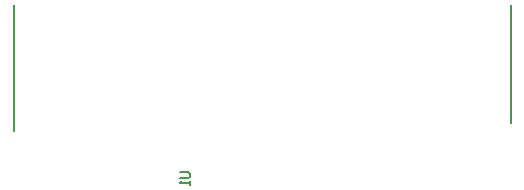
<source format=gto>
G04*
G04 #@! TF.GenerationSoftware,Altium Limited,Altium Designer,19.1.8 (144)*
G04*
G04 Layer_Color=65535*
%FSLAX44Y44*%
%MOMM*%
G71*
G01*
G75*
%ADD10C,0.2000*%
%ADD11C,0.1500*%
D10*
X75250Y133600D02*
Y240250D01*
X496250Y140750D02*
Y240250D01*
D11*
X216233Y99260D02*
X222897D01*
X224230Y97927D01*
Y95261D01*
X222897Y93928D01*
X216233D01*
X224230Y91263D02*
Y88597D01*
Y89930D01*
X216233D01*
X217565Y91263D01*
M02*

</source>
